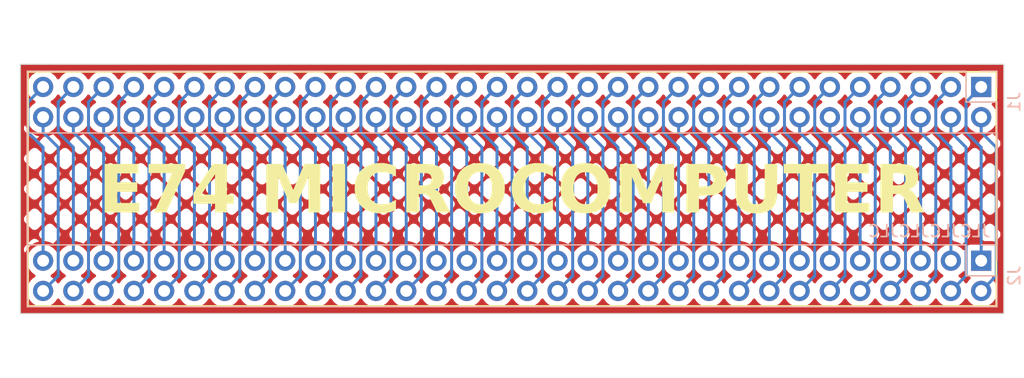
<source format=kicad_pcb>
(kicad_pcb (version 20221018) (generator pcbnew)
  (layers (0 "F.Cu" signal) (31 "B.Cu" signal) (34 "B.Paste" user) (35 "F.Paste" user) (36 "B.SilkS" user "B.Silkscreen") (37 "F.SilkS" user "F.Silkscreen") (38 "B.Mask" user) (39 "F.Mask" user) (44 "Edge.Cuts" user))
  (net 0 "")
  (net 1 "/1")
  (net 2 "/2")
  (net 3 "/3")
  (net 4 "/4")
  (net 5 "/5")
  (net 6 "/6")
  (net 7 "/7")
  (net 8 "/8")
  (net 9 "/9")
  (net 10 "/10")
  (net 11 "/11")
  (net 12 "/12")
  (net 13 "/13")
  (net 14 "/14")
  (net 15 "/15")
  (net 16 "/16")
  (net 17 "/17")
  (net 18 "/18")
  (net 19 "/19")
  (net 20 "/20")
  (net 21 "/21")
  (net 22 "/22")
  (net 23 "/23")
  (net 24 "/24")
  (net 25 "/25")
  (net 26 "/26")
  (net 27 "/27")
  (net 28 "/28")
  (net 29 "/29")
  (net 30 "/30")
  (net 31 "/31")
  (net 32 "/32")
  (net 33 "/33")
  (net 34 "/34")
  (net 35 "/36")
  (net 36 "/37")
  (net 37 "/38")
  (net 38 "/39")
  (net 39 "/40")
  (net 40 "/41")
  (net 41 "/42")
  (net 42 "/43")
  (net 43 "/44")
  (net 44 "/45")
  (net 45 "/46")
  (net 46 "/47")
  (net 47 "/48")
  (net 48 "/49")
  (net 49 "/50")
  (net 50 "/51")
  (net 51 "/52")
  (net 52 "/53")
  (net 53 "/54")
  (net 54 "/55")
  (net 55 "/56")
  (net 56 "/57")
  (net 57 "/58")
  (net 58 "/59")
  (net 59 "/60")
  (net 60 "/61")
  (net 61 "/62")
  (net 62 "/63")
  (net 63 "/64")
  (net 64 "/35")
  (footprint "Connector_PinSocket_2.54mm:PinSocket_2x32_P2.54mm_Vertical" (layer "B.Cu") (at 143.51 57.785 90)
    (fp_text reference "J2" (at -1.27 2.77 90) (layer "B.SilkS") (effects (justify mirror)))
    (fp_text value "Conn_02x32_Odd_Even")
    (fp_line (start -3.87 -80.07) (end 1.33 -80.07) (stroke (width 0.12)) (layer "B.SilkS"))
    (fp_line (start -3.87 1.33) (end -3.87 -80.07) (stroke (width 0.12)) (layer "B.SilkS"))
    (fp_line (start -3.87 1.33) (end -1.27 1.33) (stroke (width 0.12)) (layer "B.SilkS"))
    (fp_line (start -1.27 -1.27) (end 1.33 -1.27) (stroke (width 0.12)) (layer "B.SilkS"))
    (fp_line (start -1.27 1.33) (end -1.27 -1.27) (stroke (width 0.12)) (layer "B.SilkS"))
    (fp_line (start 0 1.33) (end 1.33 1.33) (stroke (width 0.12)) (layer "B.SilkS"))
    (fp_line (start 1.33 -1.27) (end 1.33 -80.07) (stroke (width 0.12)) (layer "B.SilkS"))
    (fp_line (start 1.33 1.33) (end 1.33 0) (stroke (width 0.12)) (layer "B.SilkS"))
    (pad "1" thru_hole rect (at 0 0 90) (size 1.7 1.7) (drill 1) (layers "*.Cu" "*.Mask") (net 1 "/1"))
    (pad "2" thru_hole oval (at -2.54 0 90) (size 1.7 1.7) (drill 1) (layers "*.Cu" "*.Mask") (net 2 "/2"))
    (pad "3" thru_hole oval (at 0 -2.54 90) (size 1.7 1.7) (drill 1) (layers "*.Cu" "*.Mask") (net 3 "/3"))
    (pad "4" thru_hole oval (at -2.54 -2.54 90) (size 1.7 1.7) (drill 1) (layers "*.Cu" "*.Mask") (net 4 "/4"))
    (pad "5" thru_hole oval (at 0 -5.08 90) (size 1.7 1.7) (drill 1) (layers "*.Cu" "*.Mask") (net 5 "/5"))
    (pad "6" thru_hole oval (at -2.54 -5.08 90) (size 1.7 1.7) (drill 1) (layers "*.Cu" "*.Mask") (net 6 "/6"))
    (pad "7" thru_hole oval (at 0 -7.62 90) (size 1.7 1.7) (drill 1) (layers "*.Cu" "*.Mask") (net 7 "/7"))
    (pad "8" thru_hole oval (at -2.54 -7.62 90) (size 1.7 1.7) (drill 1) (layers "*.Cu" "*.Mask") (net 8 "/8"))
    (pad "9" thru_hole oval (at 0 -10.16 90) (size 1.7 1.7) (drill 1) (layers "*.Cu" "*.Mask") (net 9 "/9"))
    (pad "10" thru_hole oval (at -2.54 -10.16 90) (size 1.7 1.7) (drill 1) (layers "*.Cu" "*.Mask") (net 10 "/10"))
    (pad "11" thru_hole oval (at 0 -12.7 90) (size 1.7 1.7) (drill 1) (layers "*.Cu" "*.Mask") (net 11 "/11"))
    (pad "12" thru_hole oval (at -2.54 -12.7 90) (size 1.7 1.7) (drill 1) (layers "*.Cu" "*.Mask") (net 12 "/12"))
    (pad "13" thru_hole oval (at 0 -15.24 90) (size 1.7 1.7) (drill 1) (layers "*.Cu" "*.Mask") (net 13 "/13"))
    (pad "14" thru_hole oval (at -2.54 -15.24 90) (size 1.7 1.7) (drill 1) (layers "*.Cu" "*.Mask") (net 14 "/14"))
    (pad "15" thru_hole oval (at 0 -17.78 90) (size 1.7 1.7) (drill 1) (layers "*.Cu" "*.Mask") (net 15 "/15"))
    (pad "16" thru_hole oval (at -2.54 -17.78 90) (size 1.7 1.7) (drill 1) (layers "*.Cu" "*.Mask") (net 16 "/16"))
    (pad "17" thru_hole oval (at 0 -20.32 90) (size 1.7 1.7) (drill 1) (layers "*.Cu" "*.Mask") (net 17 "/17"))
    (pad "18" thru_hole oval (at -2.54 -20.32 90) (size 1.7 1.7) (drill 1) (layers "*.Cu" "*.Mask") (net 18 "/18"))
    (pad "19" thru_hole oval (at 0 -22.86 90) (size 1.7 1.7) (drill 1) (layers "*.Cu" "*.Mask") (net 19 "/19"))
    (pad "20" thru_hole oval (at -2.54 -22.86 90) (size 1.7 1.7) (drill 1) (layers "*.Cu" "*.Mask") (net 20 "/20"))
    (pad "21" thru_hole oval (at 0 -25.4 90) (size 1.7 1.7) (drill 1) (layers "*.Cu" "*.Mask") (net 21 "/21"))
    (pad "22" thru_hole oval (at -2.54 -25.4 90) (size 1.7 1.7) (drill 1) (layers "*.Cu" "*.Mask") (net 22 "/22"))
    (pad "23" thru_hole oval (at 0 -27.94 90) (size 1.7 1.7) (drill 1) (layers "*.Cu" "*.Mask") (net 23 "/23"))
    (pad "24" thru_hole oval (at -2.54 -27.94 90) (size 1.7 1.7) (drill 1) (layers "*.Cu" "*.Mask") (net 24 "/24"))
    (pad "25" thru_hole oval (at 0 -30.48 90) (size 1.7 1.7) (drill 1) (layers "*.Cu" "*.Mask") (net 25 "/25"))
    (pad "26" thru_hole oval (at -2.54 -30.48 90) (size 1.7 1.7) (drill 1) (layers "*.Cu" "*.Mask") (net 26 "/26"))
    (pad "27" thru_hole oval (at 0 -33.02 90) (size 1.7 1.7) (drill 1) (layers "*.Cu" "*.Mask") (net 27 "/27"))
    (pad "28" thru_hole oval (at -2.54 -33.02 90) (size 1.7 1.7) (drill 1) (layers "*.Cu" "*.Mask") (net 28 "/28"))
    (pad "29" thru_hole oval (at 0 -35.56 90) (size 1.7 1.7) (drill 1) (layers "*.Cu" "*.Mask") (net 29 "/29"))
    (pad "30" thru_hole oval (at -2.54 -35.56 90) (size 1.7 1.7) (drill 1) (layers "*.Cu" "*.Mask") (net 30 "/30"))
    (pad "31" thru_hole oval (at 0 -38.1 90) (size 1.7 1.7) (drill 1) (layers "*.Cu" "*.Mask") (net 31 "/31"))
    (pad "32" thru_hole oval (at -2.54 -38.1 90) (size 1.7 1.7) (drill 1) (layers "*.Cu" "*.Mask") (net 32 "/32"))
    (pad "33" thru_hole oval (at 0 -40.64 90) (size 1.7 1.7) (drill 1) (layers "*.Cu" "*.Mask") (net 33 "/33"))
    (pad "34" thru_hole oval (at -2.54 -40.64 90) (size 1.7 1.7) (drill 1) (layers "*.Cu" "*.Mask") (net 34 "/34"))
    (pad "35" thru_hole oval (at 0 -43.18 90) (size 1.7 1.7) (drill 1) (layers "*.Cu" "*.Mask") (net 64 "/35"))
    (pad "36" thru_hole oval (at -2.54 -43.18 90) (size 1.7 1.7) (drill 1) (layers "*.Cu" "*.Mask") (net 35 "/36"))
    (pad "37" thru_hole oval (at 0 -45.72 90) (size 1.7 1.7) (drill 1) (layers "*.Cu" "*.Mask") (net 36 "/37"))
    (pad "38" thru_hole oval (at -2.54 -45.72 90) (size 1.7 1.7) (drill 1) (layers "*.Cu" "*.Mask") (net 37 "/38"))
    (pad "39" thru_hole oval (at 0 -48.26 90) (size 1.7 1.7) (drill 1) (layers "*.Cu" "*.Mask") (net 38 "/39"))
    (pad "40" thru_hole oval (at -2.54 -48.26 90) (size 1.7 1.7) (drill 1) (layers "*.Cu" "*.Mask") (net 39 "/40"))
    (pad "41" thru_hole oval (at 0 -50.8 90) (size 1.7 1.7) (drill 1) (layers "*.Cu" "*.Mask") (net 40 "/41"))
    (pad "42" thru_hole oval (at -2.54 -50.8 90) (size 1.7 1.7) (drill 1) (layers "*.Cu" "*.Mask") (net 41 "/42"))
    (pad "43" thru_hole oval (at 0 -53.34 90) (size 1.7 1.7) (drill 1) (layers "*.Cu" "*.Mask") (net 42 "/43"))
    (pad "44" thru_hole oval (at -2.54 -53.34 90) (size 1.7 1.7) (drill 1) (layers "*.Cu" "*.Mask") (net 43 "/44"))
    (pad "45" thru_hole oval (at 0 -55.88 90) (size 1.7 1.7) (drill 1) (layers "*.Cu" "*.Mask") (net 44 "/45"))
    (pad "46" thru_hole oval (at -2.54 -55.88 90) (size 1.7 1.7) (drill 1) (layers "*.Cu" "*.Mask") (net 45 "/46"))
    (pad "47" thru_hole oval (at 0 -58.42 90) (size 1.7 1.7) (drill 1) (layers "*.Cu" "*.Mask") (net 46 "/47"))
    (pad "48" thru_hole oval (at -2.54 -58.42 90) (size 1.7 1.7) (drill 1) (layers "*.Cu" "*.Mask") (net 47 "/48"))
    (pad "49" thru_hole oval (at 0 -60.96 90) (size 1.7 1.7) (drill 1) (layers "*.Cu" "*.Mask") (net 48 "/49"))
    (pad "50" thru_hole oval (at -2.54 -60.96 90) (size 1.7 1.7) (drill 1) (layers "*.Cu" "*.Mask") (net 49 "/50"))
    (pad "51" thru_hole oval (at 0 -63.5 90) (size 1.7 1.7) (drill 1) (layers "*.Cu" "*.Mask") (net 50 "/51"))
    (pad "52" thru_hole oval (at -2.54 -63.5 90) (size 1.7 1.7) (drill 1) (layers "*.Cu" "*.Mask") (net 51 "/52"))
    (pad "53" thru_hole oval (at 0 -66.04 90) (size 1.7 1.7) (drill 1) (layers "*.Cu" "*.Mask") (net 52 "/53"))
    (pad "54" thru_hole oval (at -2.54 -66.04 90) (size 1.7 1.7) (drill 1) (layers "*.Cu" "*.Mask") (net 53 "/54"))
    (pad "55" thru_hole oval (at 0 -68.58 90) (size 1.7 1.7) (drill 1) (layers "*.Cu" "*.Mask") (net 54 "/55"))
    (pad "56" thru_hole oval (at -2.54 -68.58 90) (size 1.7 1.7) (drill 1) (layers "*.Cu" "*.Mask") (net 55 "/56"))
    (pad "57" thru_hole oval (at 0 -71.12 90) (size 1.7 1.7) (drill 1) (layers "*.Cu" "*.Mask") (net 56 "/57"))
    (pad "58" thru_hole oval (at -2.54 -71.12 90) (size 1.7 1.7) (drill 1) (layers "*.Cu" "*.Mask") (net 57 "/58"))
    (pad "59" thru_hole oval (at 0 -73.66 90) (size 1.7 1.7) (drill 1) (layers "*.Cu" "*.Mask") (net 58 "/59"))
    (pad "60" thru_hole oval (at -2.54 -73.66 90) (size 1.7 1.7) (drill 1) (layers "*.Cu" "*.Mask") (net 59 "/60"))
    (pad "61" thru_hole oval (at 0 -76.2 90) (size 1.7 1.7) (drill 1) (layers "*.Cu" "*.Mask") (net 60 "/61"))
    (pad "62" thru_hole oval (at -2.54 -76.2 90) (size 1.7 1.7) (drill 1) (layers "*.Cu" "*.Mask") (net 61 "/62"))
    (pad "63" thru_hole oval (at 0 -78.74 90) (size 1.7 1.7) (drill 1) (layers "*.Cu" "*.Mask") (net 62 "/63"))
    (pad "64" thru_hole oval (at -2.54 -78.74 90) (size 1.7 1.7) (drill 1) (layers "*.Cu" "*.Mask") (net 63 "/64"))
  )
  (footprint "Connector_PinSocket_2.54mm:PinSocket_2x32_P2.54mm_Vertical" (layer "B.Cu") (at 143.51 43.18 90)
    (fp_text reference "J1" (at -1.27 2.77 90) (layer "B.SilkS") (effects (justify mirror)))
    (fp_text value "Conn_02x32_Odd_Even")
    (fp_line (start -3.87 -80.07) (end 1.33 -80.07) (stroke (width 0.12)) (layer "B.SilkS"))
    (fp_line (start -3.87 1.33) (end -3.87 -80.07) (stroke (width 0.12)) (layer "B.SilkS"))
    (fp_line (start -3.87 1.33) (end -1.27 1.33) (stroke (width 0.12)) (layer "B.SilkS"))
    (fp_line (start -1.27 -1.27) (end 1.33 -1.27) (stroke (width 0.12)) (layer "B.SilkS"))
    (fp_line (start -1.27 1.33) (end -1.27 -1.27) (stroke (width 0.12)) (layer "B.SilkS"))
    (fp_line (start 0 1.33) (end 1.33 1.33) (stroke (width 0.12)) (layer "B.SilkS"))
    (fp_line (start 1.33 -1.27) (end 1.33 -80.07) (stroke (width 0.12)) (layer "B.SilkS"))
    (fp_line (start 1.33 1.33) (end 1.33 0) (stroke (width 0.12)) (layer "B.SilkS"))
    (pad "1" thru_hole rect (at 0 0 90) (size 1.7 1.7) (drill 1) (layers "*.Cu" "*.Mask") (net 1 "/1"))
    (pad "2" thru_hole oval (at -2.54 0 90) (size 1.7 1.7) (drill 1) (layers "*.Cu" "*.Mask") (net 2 "/2"))
    (pad "3" thru_hole oval (at 0 -2.54 90) (size 1.7 1.7) (drill 1) (layers "*.Cu" "*.Mask") (net 3 "/3"))
    (pad "4" thru_hole oval (at -2.54 -2.54 90) (size 1.7 1.7) (drill 1) (layers "*.Cu" "*.Mask") (net 4 "/4"))
    (pad "5" thru_hole oval (at 0 -5.08 90) (size 1.7 1.7) (drill 1) (layers "*.Cu" "*.Mask") (net 5 "/5"))
    (pad "6" thru_hole oval (at -2.54 -5.08 90) (size 1.7 1.7) (drill 1) (layers "*.Cu" "*.Mask") (net 6 "/6"))
    (pad "7" thru_hole oval (at 0 -7.62 90) (size 1.7 1.7) (drill 1) (layers "*.Cu" "*.Mask") (net 7 "/7"))
    (pad "8" thru_hole oval (at -2.54 -7.62 90) (size 1.7 1.7) (drill 1) (layers "*.Cu" "*.Mask") (net 8 "/8"))
    (pad "9" thru_hole oval (at 0 -10.16 90) (size 1.7 1.7) (drill 1) (layers "*.Cu" "*.Mask") (net 9 "/9"))
    (pad "10" thru_hole oval (at -2.54 -10.16 90) (size 1.7 1.7) (drill 1) (layers "*.Cu" "*.Mask") (net 10 "/10"))
    (pad "11" thru_hole oval (at 0 -12.7 90) (size 1.7 1.7) (drill 1) (layers "*.Cu" "*.Mask") (net 11 "/11"))
    (pad "12" thru_hole oval (at -2.54 -12.7 90) (size 1.7 1.7) (drill 1) (layers "*.Cu" "*.Mask") (net 12 "/12"))
    (pad "13" thru_hole oval (at 0 -15.24 90) (size 1.7 1.7) (drill 1) (layers "*.Cu" "*.Mask") (net 13 "/13"))
    (pad "14" thru_hole oval (at -2.54 -15.24 90) (size 1.7 1.7) (drill 1) (layers "*.Cu" "*.Mask") (net 14 "/14"))
    (pad "15" thru_hole oval (at 0 -17.78 90) (size 1.7 1.7) (drill 1) (layers "*.Cu" "*.Mask") (net 15 "/15"))
    (pad "16" thru_hole oval (at -2.54 -17.78 90) (size 1.7 1.7) (drill 1) (layers "*.Cu" "*.Mask") (net 16 "/16"))
    (pad "17" thru_hole oval (at 0 -20.32 90) (size 1.7 1.7) (drill 1) (layers "*.Cu" "*.Mask") (net 17 "/17"))
    (pad "18" thru_hole oval (at -2.54 -20.32 90) (size 1.7 1.7) (drill 1) (layers "*.Cu" "*.Mask") (net 18 "/18"))
    (pad "19" thru_hole oval (at 0 -22.86 90) (size 1.7 1.7) (drill 1) (layers "*.Cu" "*.Mask") (net 19 "/19"))
    (pad "20" thru_hole oval (at -2.54 -22.86 90) (size 1.7 1.7) (drill 1) (layers "*.Cu" "*.Mask") (net 20 "/20"))
    (pad "21" thru_hole oval (at 0 -25.4 90) (size 1.7 1.7) (drill 1) (layers "*.Cu" "*.Mask") (net 21 "/21"))
    (pad "22" thru_hole oval (at -2.54 -25.4 90) (size 1.7 1.7) (drill 1) (layers "*.Cu" "*.Mask") (net 22 "/22"))
    (pad "23" thru_hole oval (at 0 -27.94 90) (size 1.7 1.7) (drill 1) (layers "*.Cu" "*.Mask") (net 23 "/23"))
    (pad "24" thru_hole oval (at -2.54 -27.94 90) (size 1.7 1.7) (drill 1) (layers "*.Cu" "*.Mask") (net 24 "/24"))
    (pad "25" thru_hole oval (at 0 -30.48 90) (size 1.7 1.7) (drill 1) (layers "*.Cu" "*.Mask") (net 25 "/25"))
    (pad "26" thru_hole oval (at -2.54 -30.48 90) (size 1.7 1.7) (drill 1) (layers "*.Cu" "*.Mask") (net 26 "/26"))
    (pad "27" thru_hole oval (at 0 -33.02 90) (size 1.7 1.7) (drill 1) (layers "*.Cu" "*.Mask") (net 27 "/27"))
    (pad "28" thru_hole oval (at -2.54 -33.02 90) (size 1.7 1.7) (drill 1) (layers "*.Cu" "*.Mask") (net 28 "/28"))
    (pad "29" thru_hole oval (at 0 -35.56 90) (size 1.7 1.7) (drill 1) (layers "*.Cu" "*.Mask") (net 29 "/29"))
    (pad "30" thru_hole oval (at -2.54 -35.56 90) (size 1.7 1.7) (drill 1) (layers "*.Cu" "*.Mask") (net 30 "/30"))
    (pad "31" thru_hole oval (at 0 -38.1 90) (size 1.7 1.7) (drill 1) (layers "*.Cu" "*.Mask") (net 31 "/31"))
    (pad "32" thru_hole oval (at -2.54 -38.1 90) (size 1.7 1.7) (drill 1) (layers "*.Cu" "*.Mask") (net 32 "/32"))
    (pad "33" thru_hole oval (at 0 -40.64 90) (size 1.7 1.7) (drill 1) (layers "*.Cu" "*.Mask") (net 33 "/33"))
    (pad "34" thru_hole oval (at -2.54 -40.64 90) (size 1.7 1.7) (drill 1) (layers "*.Cu" "*.Mask") (net 34 "/34"))
    (pad "35" thru_hole oval (at 0 -43.18 90) (size 1.7 1.7) (drill 1) (layers "*.Cu" "*.Mask") (net 64 "/35"))
    (pad "36" thru_hole oval (at -2.54 -43.18 90) (size 1.7 1.7) (drill 1) (layers "*.Cu" "*.Mask") (net 35 "/36"))
    (pad "37" thru_hole oval (at 0 -45.72 90) (size 1.7 1.7) (drill 1) (layers "*.Cu" "*.Mask") (net 36 "/37"))
    (pad "38" thru_hole oval (at -2.54 -45.72 90) (size 1.7 1.7) (drill 1) (layers "*.Cu" "*.Mask") (net 37 "/38"))
    (pad "39" thru_hole oval (at 0 -48.26 90) (size 1.7 1.7) (drill 1) (layers "*.Cu" "*.Mask") (net 38 "/39"))
    (pad "40" thru_hole oval (at -2.54 -48.26 90) (size 1.7 1.7) (drill 1) (layers "*.Cu" "*.Mask") (net 39 "/40"))
    (pad "41" thru_hole oval (at 0 -50.8 90) (size 1.7 1.7) (drill 1) (layers "*.Cu" "*.Mask") (net 40 "/41"))
    (pad "42" thru_hole oval (at -2.54 -50.8 90) (size 1.7 1.7) (drill 1) (layers "*.Cu" "*.Mask") (net 41 "/42"))
    (pad "43" thru_hole oval (at 0 -53.34 90) (size 1.7 1.7) (drill 1) (layers "*.Cu" "*.Mask") (net 42 "/43"))
    (pad "44" thru_hole oval (at -2.54 -53.34 90) (size 1.7 1.7) (drill 1) (layers "*.Cu" "*.Mask") (net 43 "/44"))
    (pad "45" thru_hole oval (at 0 -55.88 90) (size 1.7 1.7) (drill 1) (layers "*.Cu" "*.Mask") (net 44 "/45"))
    (pad "46" thru_hole oval (at -2.54 -55.88 90) (size 1.7 1.7) (drill 1) (layers "*.Cu" "*.Mask") (net 45 "/46"))
    (pad "47" thru_hole oval (at 0 -58.42 90) (size 1.7 1.7) (drill 1) (layers "*.Cu" "*.Mask") (net 46 "/47"))
    (pad "48" thru_hole oval (at -2.54 -58.42 90) (size 1.7 1.7) (drill 1) (layers "*.Cu" "*.Mask") (net 47 "/48"))
    (pad "49" thru_hole oval (at 0 -60.96 90) (size 1.7 1.7) (drill 1) (layers "*.Cu" "*.Mask") (net 48 "/49"))
    (pad "50" thru_hole oval (at -2.54 -60.96 90) (size 1.7 1.7) (drill 1) (layers "*.Cu" "*.Mask") (net 49 "/50"))
    (pad "51" thru_hole oval (at 0 -63.5 90) (size 1.7 1.7) (drill 1) (layers "*.Cu" "*.Mask") (net 50 "/51"))
    (pad "52" thru_hole oval (at -2.54 -63.5 90) (size 1.7 1.7) (drill 1) (layers "*.Cu" "*.Mask") (net 51 "/52"))
    (pad "53" thru_hole oval (at 0 -66.04 90) (size 1.7 1.7) (drill 1) (layers "*.Cu" "*.Mask") (net 52 "/53"))
    (pad "54" thru_hole oval (at -2.54 -66.04 90) (size 1.7 1.7) (drill 1) (layers "*.Cu" "*.Mask") (net 53 "/54"))
    (pad "55" thru_hole oval (at 0 -68.58 90) (size 1.7 1.7) (drill 1) (layers "*.Cu" "*.Mask") (net 54 "/55"))
    (pad "56" thru_hole oval (at -2.54 -68.58 90) (size 1.7 1.7) (drill 1) (layers "*.Cu" "*.Mask") (net 55 "/56"))
    (pad "57" thru_hole oval (at 0 -71.12 90) (size 1.7 1.7) (drill 1) (layers "*.Cu" "*.Mask") (net 56 "/57"))
    (pad "58" thru_hole oval (at -2.54 -71.12 90) (size 1.7 1.7) (drill 1) (layers "*.Cu" "*.Mask") (net 57 "/58"))
    (pad "59" thru_hole oval (at 0 -73.66 90) (size 1.7 1.7) (drill 1) (layers "*.Cu" "*.Mask") (net 58 "/59"))
    (pad "60" thru_hole oval (at -2.54 -73.66 90) (size 1.7 1.7) (drill 1) (layers "*.Cu" "*.Mask") (net 59 "/60"))
    (pad "61" thru_hole oval (at 0 -76.2 90) (size 1.7 1.7) (drill 1) (layers "*.Cu" "*.Mask") (net 60 "/61"))
    (pad "62" thru_hole oval (at -2.54 -76.2 90) (size 1.7 1.7) (drill 1) (layers "*.Cu" "*.Mask") (net 61 "/62"))
    (pad "63" thru_hole oval (at 0 -78.74 90) (size 1.7 1.7) (drill 1) (layers "*.Cu" "*.Mask") (net 62 "/63"))
    (pad "64" thru_hole oval (at -2.54 -78.74 90) (size 1.7 1.7) (drill 1) (layers "*.Cu" "*.Mask") (net 63 "/64"))
  )
  (gr_line (start 63.44 47.05) (end 63.44 56.455) (stroke (width 0.15)) (layer "B.SilkS"))
  (gr_line (start 144.84 56.455) (end 144.84 47.05) (stroke (width 0.15)) (layer "B.SilkS"))
  (gr_rect (start 63.5 41.91) (end 144.78 61.595) (stroke (width 0.15)) (fill none) (layer "F.SilkS"))
  (gr_rect (start 62.865 41.275) (end 145.415 62.23) (stroke (width 0.1)) (fill none) (layer "Edge.Cuts"))
  (gr_text "JLCJLCJLCJLC" (at 144.399 55.88) (layer "B.SilkS") (effects (font (size 1 1)) (justify left bottom mirror)))
  (gr_text "E74 MICROCOMPUTER" (at 104.14 52.07) (layer "F.SilkS") (effects (font (size 4 4) (thickness 0.8) bold)))
  (segment (start 142.24 44.45) (end 143.51 43.18) (width 0.25) (layer "B.Cu") (net 1))
  (segment (start 143.51 48.26) (end 143.51 57.785) (width 0.25) (layer "B.Cu") (net 1))
  (segment (start 143.51 48.26) (end 142.24 46.99) (width 0.25) (layer "B.Cu") (net 1))
  (segment (start 142.24 46.99) (end 142.24 44.45) (width 0.25) (layer "B.Cu") (net 1))
  (segment (start 144.78 48.26) (end 144.78 59.055) (width 0.25) (layer "B.Cu") (net 2))
  (segment (start 144.78 59.055) (end 143.51 60.325) (width 0.25) (layer "B.Cu") (net 2))
  (segment (start 143.51 46.99) (end 143.51 45.72) (width 0.25) (layer "B.Cu") (net 2))
  (segment (start 144.78 48.26) (end 143.51 46.99) (width 0.25) (layer "B.Cu") (net 2))
  (segment (start 139.7 46.99) (end 139.7 44.45) (width 0.25) (layer "B.Cu") (net 3))
  (segment (start 140.97 48.26) (end 139.7 46.99) (width 0.25) (layer "B.Cu") (net 3))
  (segment (start 139.7 44.45) (end 140.97 43.18) (width 0.25) (layer "B.Cu") (net 3))
  (segment (start 140.97 48.26) (end 140.97 57.785) (width 0.25) (layer "B.Cu") (net 3))
  (segment (start 142.24 59.055) (end 140.97 60.325) (width 0.25) (layer "B.Cu") (net 4))
  (segment (start 142.24 48.26) (end 142.24 59.055) (width 0.25) (layer "B.Cu") (net 4))
  (segment (start 142.24 48.26) (end 140.97 46.99) (width 0.25) (layer "B.Cu") (net 4))
  (segment (start 140.97 46.99) (end 140.97 45.72) (width 0.25) (layer "B.Cu") (net 4))
  (segment (start 137.16 44.45) (end 138.43 43.18) (width 0.25) (layer "B.Cu") (net 5))
  (segment (start 138.43 48.26) (end 137.16 46.99) (width 0.25) (layer "B.Cu") (net 5))
  (segment (start 137.16 46.99) (end 137.16 44.45) (width 0.25) (layer "B.Cu") (net 5))
  (segment (start 138.43 48.26) (end 138.43 57.785) (width 0.25) (layer "B.Cu") (net 5))
  (segment (start 139.7 59.055) (end 138.43 60.325) (width 0.25) (layer "B.Cu") (net 6))
  (segment (start 138.43 46.99) (end 139.7 48.26) (width 0.25) (layer "B.Cu") (net 6))
  (segment (start 138.43 45.72) (end 138.43 46.99) (width 0.25) (layer "B.Cu") (net 6))
  (segment (start 139.7 48.26) (end 139.7 59.055) (width 0.25) (layer "B.Cu") (net 6))
  (segment (start 134.62 46.99) (end 134.62 44.45) (width 0.25) (layer "B.Cu") (net 7))
  (segment (start 135.89 48.26) (end 135.89 57.785) (width 0.25) (layer "B.Cu") (net 7))
  (segment (start 135.89 48.26) (end 134.62 46.99) (width 0.25) (layer "B.Cu") (net 7))
  (segment (start 134.62 44.45) (end 135.89 43.18) (width 0.25) (layer "B.Cu") (net 7))
  (segment (start 135.89 46.99) (end 135.89 45.72) (width 0.25) (layer "B.Cu") (net 8))
  (segment (start 137.16 59.055) (end 135.89 60.325) (width 0.25) (layer "B.Cu") (net 8))
  (segment (start 137.16 48.26) (end 137.16 59.055) (width 0.25) (layer "B.Cu") (net 8))
  (segment (start 137.16 48.26) (end 135.89 46.99) (width 0.25) (layer "B.Cu") (net 8))
  (segment (start 133.35 48.26) (end 132.08 46.99) (width 0.25) (layer "B.Cu") (net 9))
  (segment (start 133.35 48.26) (end 133.35 57.785) (width 0.25) (layer "B.Cu") (net 9))
  (segment (start 132.08 46.99) (end 132.08 44.45) (width 0.25) (layer "B.Cu") (net 9))
  (segment (start 132.08 44.45) (end 133.35 43.18) (width 0.25) (layer "B.Cu") (net 9))
  (segment (start 134.62 48.26) (end 134.62 59.055) (width 0.25) (layer "B.Cu") (net 10))
  (segment (start 133.35 45.72) (end 133.35 46.99) (width 0.25) (layer "B.Cu") (net 10))
  (segment (start 134.62 59.055) (end 133.35 60.325) (width 0.25) (layer "B.Cu") (net 10))
  (segment (start 133.35 46.99) (end 134.62 48.26) (width 0.25) (layer "B.Cu") (net 10))
  (segment (start 129.54 46.99) (end 129.54 44.45) (width 0.25) (layer "B.Cu") (net 11))
  (segment (start 130.81 48.26) (end 130.81 57.785) (width 0.25) (layer "B.Cu") (net 11))
  (segment (start 130.81 48.26) (end 129.54 46.99) (width 0.25) (layer "B.Cu") (net 11))
  (segment (start 129.54 44.45) (end 130.81 43.18) (width 0.25) (layer "B.Cu") (net 11))
  (segment (start 132.08 48.26) (end 130.81 46.99) (width 0.25) (layer "B.Cu") (net 12))
  (segment (start 132.08 48.26) (end 132.08 59.055) (width 0.25) (layer "B.Cu") (net 12))
  (segment (start 130.81 46.99) (end 130.81 45.72) (width 0.25) (layer "B.Cu") (net 12))
  (segment (start 132.08 59.055) (end 130.81 60.325) (width 0.25) (layer "B.Cu") (net 12))
  (segment (start 127 44.45) (end 128.27 43.18) (width 0.25) (layer "B.Cu") (net 13))
  (segment (start 128.27 48.26) (end 128.27 57.785) (width 0.25) (layer "B.Cu") (net 13))
  (segment (start 127 46.99) (end 127 44.45) (width 0.25) (layer "B.Cu") (net 13))
  (segment (start 128.27 48.26) (end 127 46.99) (width 0.25) (layer "B.Cu") (net 13))
  (segment (start 128.27 45.72) (end 128.27 46.99) (width 0.25) (layer "B.Cu") (net 14))
  (segment (start 128.27 46.99) (end 129.54 48.26) (width 0.25) (layer "B.Cu") (net 14))
  (segment (start 129.54 59.055) (end 128.27 60.325) (width 0.25) (layer "B.Cu") (net 14))
  (segment (start 129.54 48.26) (end 129.54 59.055) (width 0.25) (layer "B.Cu") (net 14))
  (segment (start 124.46 46.99) (end 124.46 44.45) (width 0.25) (layer "B.Cu") (net 15))
  (segment (start 124.46 44.45) (end 125.73 43.18) (width 0.25) (layer "B.Cu") (net 15))
  (segment (start 125.73 48.26) (end 125.73 57.785) (width 0.25) (layer "B.Cu") (net 15))
  (segment (start 125.73 48.26) (end 124.46 46.99) (width 0.25) (layer "B.Cu") (net 15))
  (segment (start 127 59.055) (end 125.73 60.325) (width 0.25) (layer "B.Cu") (net 16))
  (segment (start 125.73 46.99) (end 125.73 45.72) (width 0.25) (layer "B.Cu") (net 16))
  (segment (start 127 48.26) (end 127 59.055) (width 0.25) (layer "B.Cu") (net 16))
  (segment (start 127 48.26) (end 125.73 46.99) (width 0.25) (layer "B.Cu") (net 16))
  (segment (start 121.92 46.99) (end 121.92 44.45) (width 0.25) (layer "B.Cu") (net 17))
  (segment (start 121.92 44.45) (end 123.19 43.18) (width 0.25) (layer "B.Cu") (net 17))
  (segment (start 123.19 48.26) (end 123.19 57.785) (width 0.25) (layer "B.Cu") (net 17))
  (segment (start 123.19 48.26) (end 121.92 46.99) (width 0.25) (layer "B.Cu") (net 17))
  (segment (start 124.46 48.26) (end 124.46 59.055) (width 0.25) (layer "B.Cu") (net 18))
  (segment (start 124.46 59.055) (end 123.19 60.325) (width 0.25) (layer "B.Cu") (net 18))
  (segment (start 123.19 46.99) (end 124.46 48.26) (width 0.25) (layer "B.Cu") (net 18))
  (segment (start 123.19 45.72) (end 123.19 46.99) (width 0.25) (layer "B.Cu") (net 18))
  (segment (start 120.65 48.26) (end 120.65 57.785) (width 0.25) (layer "B.Cu") (net 19))
  (segment (start 120.65 43.18) (end 119.38 44.45) (width 0.25) (layer "B.Cu") (net 19))
  (segment (start 119.38 44.45) (end 119.38 46.99) (width 0.25) (layer "B.Cu") (net 19))
  (segment (start 119.38 46.99) (end 120.65 48.26) (width 0.25) (layer "B.Cu") (net 19))
  (segment (start 120.65 46.99) (end 120.65 45.72) (width 0.25) (layer "B.Cu") (net 20))
  (segment (start 121.92 48.26) (end 121.92 59.055) (width 0.25) (layer "B.Cu") (net 20))
  (segment (start 121.92 48.26) (end 120.65 46.99) (width 0.25) (layer "B.Cu") (net 20))
  (segment (start 121.92 59.055) (end 120.65 60.325) (width 0.25) (layer "B.Cu") (net 20))
  (segment (start 118.11 48.26) (end 118.11 57.785) (width 0.25) (layer "B.Cu") (net 21))
  (segment (start 116.84 44.45) (end 118.11 43.18) (width 0.25) (layer "B.Cu") (net 21))
  (segment (start 118.11 48.26) (end 116.84 46.99) (width 0.25) (layer "B.Cu") (net 21))
  (segment (start 116.84 46.99) (end 116.84 44.45) (width 0.25) (layer "B.Cu") (net 21))
  (segment (start 118.11 46.99) (end 119.38 48.26) (width 0.25) (layer "B.Cu") (net 22))
  (segment (start 119.38 59.055) (end 118.11 60.325) (width 0.25) (layer "B.Cu") (net 22))
  (segment (start 119.38 48.26) (end 119.38 59.055) (width 0.25) (layer "B.Cu") (net 22))
  (segment (start 118.11 45.72) (end 118.11 46.99) (width 0.25) (layer "B.Cu") (net 22))
  (segment (start 115.57 48.26) (end 114.3 46.99) (width 0.25) (layer "B.Cu") (net 23))
  (segment (start 114.3 44.45) (end 115.57 43.18) (width 0.25) (layer "B.Cu") (net 23))
  (segment (start 114.3 46.99) (end 114.3 44.45) (width 0.25) (layer "B.Cu") (net 23))
  (segment (start 115.57 48.26) (end 115.57 57.785) (width 0.25) (layer "B.Cu") (net 23))
  (segment (start 115.57 46.99) (end 115.57 45.72) (width 0.25) (layer "B.Cu") (net 24))
  (segment (start 116.84 59.055) (end 115.57 60.325) (width 0.25) (layer "B.Cu") (net 24))
  (segment (start 116.84 48.26) (end 115.57 46.99) (width 0.25) (layer "B.Cu") (net 24))
  (segment (start 116.84 48.26) (end 116.84 59.055) (width 0.25) (layer "B.Cu") (net 24))
  (segment (start 113.03 48.26) (end 113.03 57.785) (width 0.25) (layer "B.Cu") (net 25))
  (segment (start 113.03 43.18) (end 111.76 44.45) (width 0.25) (layer "B.Cu") (net 25))
  (segment (start 111.76 46.99) (end 113.03 48.26) (width 0.25) (layer "B.Cu") (net 25))
  (segment (start 111.76 44.45) (end 111.76 46.99) (width 0.25) (layer "B.Cu") (net 25))
  (segment (start 113.03 45.72) (end 113.03 46.99) (width 0.25) (layer "B.Cu") (net 26))
  (segment (start 114.3 59.055) (end 113.03 60.325) (width 0.25) (layer "B.Cu") (net 26))
  (segment (start 113.03 46.99) (end 114.3 48.26) (width 0.25) (layer "B.Cu") (net 26))
  (segment (start 114.3 48.26) (end 114.3 59.055) (width 0.25) (layer "B.Cu") (net 26))
  (segment (start 110.49 48.26) (end 109.22 46.99) (width 0.25) (layer "B.Cu") (net 27))
  (segment (start 109.22 44.45) (end 110.49 43.18) (width 0.25) (layer "B.Cu") (net 27))
  (segment (start 110.49 48.26) (end 110.49 57.785) (width 0.25) (layer "B.Cu") (net 27))
  (segment (start 109.22 46.99) (end 109.22 44.45) (width 0.25) (layer "B.Cu") (net 27))
  (segment (start 111.76 59.055) (end 110.49 60.325) (width 0.25) (layer "B.Cu") (net 28))
  (segment (start 111.76 48.26) (end 110.49 46.99) (width 0.25) (layer "B.Cu") (net 28))
  (segment (start 111.76 48.26) (end 111.76 59.055) (width 0.25) (layer "B.Cu") (net 28))
  (segment (start 110.49 46.99) (end 110.49 45.72) (width 0.25) (layer "B.Cu") (net 28))
  (segment (start 107.95 48.26) (end 107.95 57.785) (width 0.25) (layer "B.Cu") (net 29))
  (segment (start 106.68 44.45) (end 107.95 43.18) (width 0.25) (layer "B.Cu") (net 29))
  (segment (start 106.68 46.99) (end 106.68 44.45) (width 0.25) (layer "B.Cu") (net 29))
  (segment (start 107.95 48.26) (end 106.68 46.99) (width 0.25) (layer "B.Cu") (net 29))
  (segment (start 109.22 59.055) (end 107.95 60.325) (width 0.25) (layer "B.Cu") (net 30))
  (segment (start 107.95 45.72) (end 107.95 46.99) (width 0.25) (layer "B.Cu") (net 30))
  (segment (start 107.95 46.99) (end 109.22 48.26) (width 0.25) (layer "B.Cu") (net 30))
  (segment (start 109.22 48.26) (end 109.22 59.055) (width 0.25) (layer "B.Cu") (net 30))
  (segment (start 104.14 44.45) (end 104.14 46.99) (width 0.25) (layer "B.Cu") (net 31))
  (segment (start 104.14 46.99) (end 105.41 48.26) (width 0.25) (layer "B.Cu") (net 31))
  (segment (start 105.41 48.26) (end 105.41 57.785) (width 0.25) (layer "B.Cu") (net 31))
  (segment (start 105.41 43.18) (end 104.14 44.45) (width 0.25) (layer "B.Cu") (net 31))
  (segment (start 106.68 48.26) (end 105.41 46.99) (width 0.25) (layer "B.Cu") (net 32))
  (segment (start 106.68 48.26) (end 106.68 59.055) (width 0.25) (layer "B.Cu") (net 32))
  (segment (start 106.68 59.055) (end 105.41 60.325) (width 0.25) (layer "B.Cu") (net 32))
  (segment (start 105.41 46.99) (end 105.41 45.72) (width 0.25) (layer "B.Cu") (net 32))
  (segment (start 102.87 48.26) (end 102.87 57.785) (width 0.25) (layer "B.Cu") (net 33))
  (segment (start 102.87 48.26) (end 101.6 46.99) (width 0.25) (layer "B.Cu") (net 33))
  (segment (start 101.6 44.45) (end 102.87 43.18) (width 0.25) (layer "B.Cu") (net 33))
  (segment (start 101.6 46.99) (end 101.6 44.45) (width 0.25) (layer "B.Cu") (net 33))
  (segment (start 102.87 46.99) (end 104.14 48.26) (width 0.25) (layer "B.Cu") (net 34))
  (segment (start 104.14 48.26) (end 104.14 59.055) (width 0.25) (layer "B.Cu") (net 34))
  (segment (start 104.14 59.055) (end 102.87 60.325) (width 0.25) (layer "B.Cu") (net 34))
  (segment (start 102.87 45.72) (end 102.87 46.99) (width 0.25) (layer "B.Cu") (net 34))
  (segment (start 100.33 46.99) (end 101.6 48.26) (width 0.25) (layer "B.Cu") (net 35))
  (segment (start 100.33 45.72) (end 100.33 46.99) (width 0.25) (layer "B.Cu") (net 35))
  (segment (start 101.6 59.055) (end 100.33 60.325) (width 0.25) (layer "B.Cu") (net 35))
  (segment (start 101.6 48.26) (end 101.6 59.055) (width 0.25) (layer "B.Cu") (net 35))
  (segment (start 97.79 48.26) (end 97.79 57.785) (width 0.25) (layer "B.Cu") (net 36))
  (segment (start 96.52 44.45) (end 97.79 43.18) (width 0.25) (layer "B.Cu") (net 36))
  (segment (start 96.52 46.99) (end 96.52 44.45) (width 0.25) (layer "B.Cu") (net 36))
  (segment (start 97.79 48.26) (end 96.52 46.99) (width 0.25) (layer "B.Cu") (net 36))
  (segment (start 97.79 46.99) (end 97.79 45.72) (width 0.25) (layer "B.Cu") (net 37))
  (segment (start 99.06 48.26) (end 99.06 59.055) (width 0.25) (layer "B.Cu") (net 37))
  (segment (start 99.06 48.26) (end 97.79 46.99) (width 0.25) (layer "B.Cu") (net 37))
  (segment (start 99.06 59.055) (end 97.79 60.325) (width 0.25) (layer "B.Cu") (net 37))
  (segment (start 93.98 46.99) (end 95.25 48.26) (width 0.25) (layer "B.Cu") (net 38))
  (segment (start 93.98 44.45) (end 93.98 46.99) (width 0.25) (layer "B.Cu") (net 38))
  (segment (start 95.25 48.26) (end 95.25 57.785) (width 0.25) (layer "B.Cu") (net 38))
  (segment (start 95.25 43.18) (end 93.98 44.45) (width 0.25) (layer "B.Cu") (net 38))
  (segment (start 95.25 45.72) (end 95.25 46.99) (width 0.25) (layer "B.Cu") (net 39))
  (segment (start 96.52 48.26) (end 96.52 59.055) (width 0.25) (layer "B.Cu") (net 39))
  (segment (start 96.52 59.055) (end 95.25 60.325) (width 0.25) (layer "B.Cu") (net 39))
  (segment (start 95.25 46.99) (end 96.52 48.26) (width 0.25) (layer "B.Cu") (net 39))
  (segment (start 92.71 48.26) (end 91.44 46.99) (width 0.25) (layer "B.Cu") (net 40))
  (segment (start 91.44 44.45) (end 92.71 43.18) (width 0.25) (layer "B.Cu") (net 40))
  (segment (start 91.44 46.99) (end 91.44 44.45) (width 0.25) (layer "B.Cu") (net 40))
  (segment (start 92.71 48.26) (end 92.71 57.785) (width 0.25) (layer "B.Cu") (net 40))
  (segment (start 92.71 45.72) (end 92.71 46.99) (width 0.25) (layer "B.Cu") (net 41))
  (segment (start 93.98 59.055) (end 92.71 60.325) (width 0.25) (layer "B.Cu") (net 41))
  (segment (start 93.98 48.26) (end 93.98 59.055) (width 0.25) (layer "B.Cu") (net 41))
  (segment (start 92.71 46.99) (end 93.98 48.26) (width 0.25) (layer "B.Cu") (net 41))
  (segment (start 90.17 48.26) (end 90.17 57.785) (width 0.25) (layer "B.Cu") (net 42))
  (segment (start 90.17 43.18) (end 88.9 44.45) (width 0.25) (layer "B.Cu") (net 42))
  (segment (start 88.9 46.99) (end 90.17 48.26) (width 0.25) (layer "B.Cu") (net 42))
  (segment (start 88.9 44.45) (end 88.9 46.99) (width 0.25) (layer "B.Cu") (net 42))
  (segment (start 91.44 48.26) (end 90.17 46.99) (width 0.25) (layer "B.Cu") (net 43))
  (segment (start 91.44 59.055) (end 90.17 60.325) (width 0.25) (layer "B.Cu") (net 43))
  (segment (start 91.44 48.26) (end 91.44 59.055) (width 0.25) (layer "B.Cu") (net 43))
  (segment (start 90.17 46.99) (end 90.17 45.72) (width 0.25) (layer "B.Cu") (net 43))
  (segment (start 86.36 44.45) (end 86.36 46.99) (width 0.25) (layer "B.Cu") (net 44))
  (segment (start 87.63 48.26) (end 87.63 57.785) (width 0.25) (layer "B.Cu") (net 44))
  (segment (start 86.36 46.99) (end 87.63 48.26) (width 0.25) (layer "B.Cu") (net 44))
  (segment (start 87.63 43.18) (end 86.36 44.45) (width 0.25) (layer "B.Cu") (net 44))
  (segment (start 87.63 46.99) (end 87.63 45.72) (width 0.25) (layer "B.Cu") (net 45))
  (segment (start 88.9 59.055) (end 87.63 60.325) (width 0.25) (layer "B.Cu") (net 45))
  (segment (start 88.9 48.26) (end 88.9 59.055) (width 0.25) (layer "B.Cu") (net 45))
  (segment (start 88.9 48.26) (end 87.63 46.99) (width 0.25) (layer "B.Cu") (net 45))
  (segment (start 85.09 43.18) (end 83.82 44.45) (width 0.25) (layer "B.Cu") (net 46))
  (segment (start 83.82 44.45) (end 83.82 46.99) (width 0.25) (layer "B.Cu") (net 46))
  (segment (start 83.82 46.99) (end 85.09 48.26) (width 0.25) (layer "B.Cu") (net 46))
  (segment (start 85.09 48.26) (end 85.09 57.785) (width 0.25) (layer "B.Cu") (net 46))
  (segment (start 86.36 48.26) (end 86.36 59.055) (width 0.25) (layer "B.Cu") (net 47))
  (segment (start 85.09 46.99) (end 85.09 45.72) (width 0.25) (layer "B.Cu") (net 47))
  (segment (start 86.36 48.26) (end 85.09 46.99) (width 0.25) (layer "B.Cu") (net 47))
  (segment (start 86.36 59.055) (end 85.09 60.325) (width 0.25) (layer "B.Cu") (net 47))
  (segment (start 82.55 48.26) (end 82.55 57.785) (width 0.25) (layer "B.Cu") (net 48))
  (segment (start 81.28 44.45) (end 82.55 43.18) (width 0.25) (layer "B.Cu") (net 48))
  (segment (start 82.55 48.26) (end 81.28 46.99) (width 0.25) (layer "B.Cu") (net 48))
  (segment (start 81.28 46.99) (end 81.28 44.45) (width 0.25) (layer "B.Cu") (net 48))
  (segment (start 82.55 46.99) (end 82.55 45.72) (width 0.25) (layer "B.Cu") (net 49))
  (segment (start 83.82 48.26) (end 83.82 59.055) (width 0.25) (layer "B.Cu") (net 49))
  (segment (start 83.82 48.26) (end 82.55 46.99) (width 0.25) (layer "B.Cu") (net 49))
  (segment (start 83.82 59.055) (end 82.55 60.325) (width 0.25) (layer "B.Cu") (net 49))
  (segment (start 78.74 44.45) (end 80.01 43.18) (width 0.25) (layer "B.Cu") (net 50))
  (segment (start 78.74 46.99) (end 78.74 44.45) (width 0.25) (layer "B.Cu") (net 50))
  (segment (start 80.01 48.26) (end 78.74 46.99) (width 0.25) (layer "B.Cu") (net 50))
  (segment (start 80.01 48.26) (end 80.01 57.785) (width 0.25) (layer "B.Cu") (net 50))
  (segment (start 80.01 46.99) (end 80.01 45.72) (width 0.25) (layer "B.Cu") (net 51))
  (segment (start 81.28 48.26) (end 81.28 59.055) (width 0.25) (layer "B.Cu") (net 51))
  (segment (start 81.28 48.26) (end 80.01 46.99) (width 0.25) (layer "B.Cu") (net 51))
  (segment (start 81.28 59.055) (end 80.01 60.325) (width 0.25) (layer "B.Cu") (net 51))
  (segment (start 77.47 48.26) (end 76.2 46.99) (width 0.25) (layer "B.Cu") (net 52))
  (segment (start 76.2 46.99) (end 76.2 44.45) (width 0.25) (layer "B.Cu") (net 52))
  (segment (start 76.2 44.45) (end 77.47 43.18) (width 0.25) (layer "B.Cu") (net 52))
  (segment (start 77.47 48.26) (end 77.47 57.785) (width 0.25) (layer "B.Cu") (net 52))
  (segment (start 78.74 48.26) (end 78.74 59.055) (width 0.25) (layer "B.Cu") (net 53))
  (segment (start 77.47 46.99) (end 78.74 48.26) (width 0.25) (layer "B.Cu") (net 53))
  (segment (start 77.47 45.72) (end 77.47 46.99) (width 0.25) (layer "B.Cu") (net 53))
  (segment (start 78.74 59.055) (end 77.47 60.325) (width 0.25) (layer "B.Cu") (net 53))
  (segment (start 73.66 44.45) (end 74.93 43.18) (width 0.25) (layer "B.Cu") (net 54))
  (segment (start 74.93 48.26) (end 73.66 46.99) (width 0.25) (layer "B.Cu") (net 54))
  (segment (start 74.93 48.26) (end 74.93 57.785) (width 0.25) (layer "B.Cu") (net 54))
  (segment (start 73.66 46.99) (end 73.66 44.45) (width 0.25) (layer "B.Cu") (net 54))
  (segment (start 76.2 48.26) (end 74.93 46.99) (width 0.25) (layer "B.Cu") (net 55))
  (segment (start 74.93 46.99) (end 74.93 45.72) (width 0.25) (layer "B.Cu") (net 55))
  (segment (start 76.2 59.055) (end 74.93 60.325) (width 0.25) (layer "B.Cu") (net 55))
  (segment (start 76.2 48.26) (end 76.2 59.055) (width 0.25) (layer "B.Cu") (net 55))
  (segment (start 71.12 46.99) (end 71.12 44.45) (width 0.25) (layer "B.Cu") (net 56))
  (segment (start 72.39 48.26) (end 72.39 57.785) (width 0.25) (layer "B.Cu") (net 56))
  (segment (start 72.39 48.26) (end 71.12 46.99) (width 0.25) (layer "B.Cu") (net 56))
  (segment (start 71.12 44.45) (end 72.39 43.18) (width 0.25) (layer "B.Cu") (net 56))
  (segment (start 72.39 46.99) (end 73.66 48.26) (width 0.25) (layer "B.Cu") (net 57))
  (segment (start 73.66 48.26) (end 73.66 59.055) (width 0.25) (layer "B.Cu") (net 57))
  (segment (start 73.66 59.055) (end 72.39 60.325) (width 0.25) (layer "B.Cu") (net 57))
  (segment (start 72.39 45.72) (end 72.39 46.99) (width 0.25) (layer "B.Cu") (net 57))
  (segment (start 69.85 48.26) (end 69.85 57.785) (width 0.25) (layer "B.Cu") (net 58))
  (segment (start 68.58 44.45) (end 69.85 43.18) (width 0.25) (layer "B.Cu") (net 58))
  (segment (start 69.85 48.26) (end 68.58 46.99) (width 0.25) (layer "B.Cu") (net 58))
  (segment (start 68.58 46.99) (end 68.58 44.45) (width 0.25) (layer "B.Cu") (net 58))
  (segment (start 69.85 46.99) (end 69.85 45.72) (width 0.25) (layer "B.Cu") (net 59))
  (segment (start 71.12 59.055) (end 69.85 60.325) (width 0.25) (layer "B.Cu") (net 59))
  (segment (start 71.12 48.26) (end 71.12 59.055) (width 0.25) (layer "B.Cu") (net 59))
  (segment (start 71.12 48.26) (end 69.85 46.99) (width 0.25) (layer "B.Cu") (net 59))
  (segment (start 67.31 48.26) (end 66.04 46.99) (width 0.25) (layer "B.Cu") (net 60))
  (segment (start 66.04 44.45) (end 67.31 43.18) (width 0.25) (layer "B.Cu") (net 60))
  (segment (start 67.31 48.26) (end 67.31 57.785) (width 0.25) (layer "B.Cu") (net 60))
  (segment (start 66.04 46.99) (end 66.04 44.45) (width 0.25) (layer "B.Cu") (net 60))
  (segment (start 67.31 46.99) (end 67.31 45.72) (width 0.25) (layer "B.Cu") (net 61))
  (segment (start 68.58 48.26) (end 67.31 46.99) (width 0.25) (layer "B.Cu") (net 61))
  (segment (start 68.58 48.26) (end 68.58 59.055) (width 0.25) (layer "B.Cu") (net 61))
  (segment (start 68.58 59.055) (end 67.31 60.325) (width 0.25) (layer "B.Cu") (net 61))
  (segment (start 63.5 46.99) (end 63.5 44.45) (width 0.25) (layer "B.Cu") (net 62))
  (segment (start 63.5 44.45) (end 64.77 43.18) (width 0.25) (layer "B.Cu") (net 62))
  (segment (start 64.77 48.26) (end 63.5 46.99) (width 0.25) (layer "B.Cu") (net 62))
  (segment (start 64.77 48.26) (end 64.77 57.785) (width 0.25) (layer "B.Cu") (net 62))
  (segment (start 64.77 46.99) (end 66.04 48.26) (width 0.25) (layer "B.Cu") (net 63))
  (segment (start 66.04 59.055) (end 64.77 60.325) (width 0.25) (layer "B.Cu") (net 63))
  (segment (start 64.77 45.72) (end 64.77 46.99) (width 0.25) (layer "B.Cu") (net 63))
  (segment (start 66.04 48.26) (end 66.04 59.055) (width 0.25) (layer "B.Cu") (net 63))
  (segment (start 99.06 46.99) (end 99.06 44.45) (width 0.25) (layer "B.Cu") (net 64))
  (segment (start 100.33 48.26) (end 99.06 46.99) (width 0.25) (layer "B.Cu") (net 64))
  (segment (start 100.33 48.26) (end 100.33 57.785) (width 0.25) (layer "B.Cu") (net 64))
  (segment (start 99.06 44.45) (end 100.33 43.18) (width 0.25) (layer "B.Cu") (net 64))
  (zone (net 0) (net_name "") (layer "F.Cu") (connect_pads (clearance 0.5)) (min_thickness 0.25) (fill yes (mode hatch) (thermal_gap 0.5) (thermal_bridge_width 0.5) (island_removal_mode 1) (island_area_min 10) (hatch_thickness 0.3) (hatch_gap 1.5) (hatch_orientation 45) (hatch_smoothing_level 3) (hatch_smoothing_value 0.5) (hatch_border_algorithm hatch_thickness) (hatch_min_hole_area 0.3))
    (polygon (pts (xy 62.23 40.64) (xy 146.05 40.64) (xy 146.05 62.865) (xy 62.23 62.865)))
  )
)
</source>
